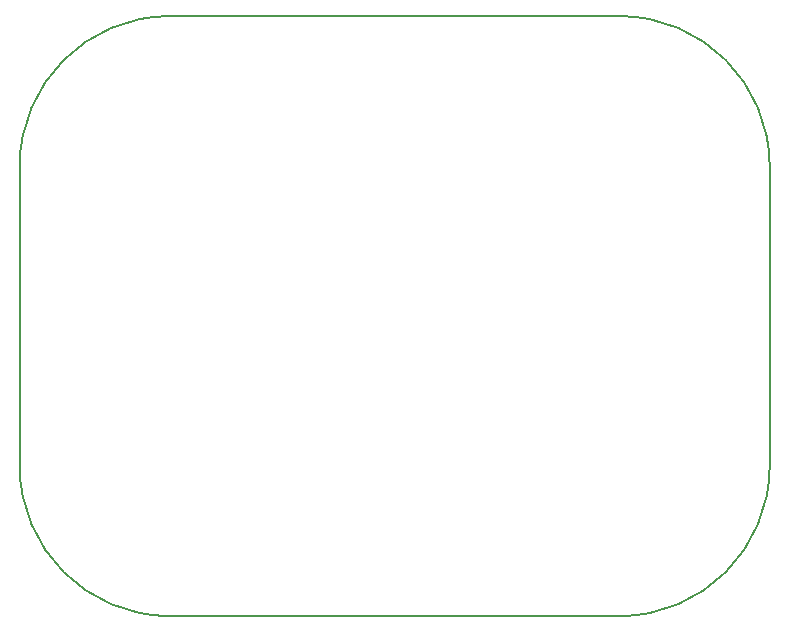
<source format=gbr>
%TF.GenerationSoftware,KiCad,Pcbnew,7.0.8*%
%TF.CreationDate,2023-10-19T16:09:30-04:00*%
%TF.ProjectId,CAN-Board-V1,43414e2d-426f-4617-9264-2d56312e6b69,rev?*%
%TF.SameCoordinates,Original*%
%TF.FileFunction,Profile,NP*%
%FSLAX46Y46*%
G04 Gerber Fmt 4.6, Leading zero omitted, Abs format (unit mm)*
G04 Created by KiCad (PCBNEW 7.0.8) date 2023-10-19 16:09:30*
%MOMM*%
%LPD*%
G01*
G04 APERTURE LIST*
%TA.AperFunction,Profile*%
%ADD10C,0.150000*%
%TD*%
G04 APERTURE END LIST*
D10*
X88900000Y-38100000D02*
X127000000Y-38100000D01*
X139700000Y-50800000D02*
X139700000Y-76200000D01*
X127000000Y-88900000D02*
X88900000Y-88900000D01*
X76200000Y-76200000D02*
X76200000Y-50800000D01*
X127000000Y-88900000D02*
G75*
G03*
X139700000Y-76200000I0J12700000D01*
G01*
X88900000Y-38100000D02*
G75*
G03*
X76200000Y-50800000I0J-12700000D01*
G01*
X139700000Y-50800000D02*
G75*
G03*
X127000000Y-38100000I-12700000J0D01*
G01*
X76200000Y-76200000D02*
G75*
G03*
X88900000Y-88900000I12700000J0D01*
G01*
M02*

</source>
